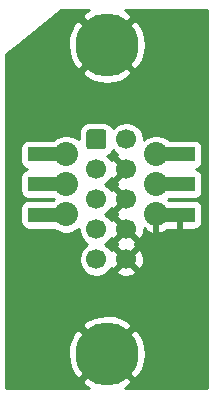
<source format=gbr>
%TF.GenerationSoftware,KiCad,Pcbnew,(5.1.8)-1*%
%TF.CreationDate,2021-11-24T15:46:08-08:00*%
%TF.ProjectId,ISP_SMT_Pogo_10p,4953505f-534d-4545-9f50-6f676f5f3130,rev?*%
%TF.SameCoordinates,Original*%
%TF.FileFunction,Copper,L2,Bot*%
%TF.FilePolarity,Positive*%
%FSLAX46Y46*%
G04 Gerber Fmt 4.6, Leading zero omitted, Abs format (unit mm)*
G04 Created by KiCad (PCBNEW (5.1.8)-1) date 2021-11-24 15:46:08*
%MOMM*%
%LPD*%
G01*
G04 APERTURE LIST*
%TA.AperFunction,SMDPad,CuDef*%
%ADD10R,2.540000X1.270000*%
%TD*%
%TA.AperFunction,ComponentPad*%
%ADD11C,2.032000*%
%TD*%
%TA.AperFunction,ComponentPad*%
%ADD12C,1.700000*%
%TD*%
%TA.AperFunction,ComponentPad*%
%ADD13C,5.334000*%
%TD*%
%TA.AperFunction,Conductor*%
%ADD14C,0.508000*%
%TD*%
%TA.AperFunction,Conductor*%
%ADD15C,0.250000*%
%TD*%
%TA.AperFunction,Conductor*%
%ADD16C,0.228600*%
%TD*%
%TA.AperFunction,Conductor*%
%ADD17C,0.100000*%
%TD*%
G04 APERTURE END LIST*
D10*
%TO.P,J1,1*%
%TO.N,/MISO*%
X131360000Y-78115000D03*
%TO.P,J1,5*%
%TO.N,/RST*%
X131360000Y-83215000D03*
%TO.P,J1,3*%
%TO.N,/SCK*%
X131360000Y-80615000D03*
%TO.P,J1,4*%
%TO.N,/MOSI*%
X142960000Y-80615000D03*
%TO.P,J1,6*%
%TO.N,/GND*%
X142960000Y-83215000D03*
%TO.P,J1,2*%
%TO.N,/VCC*%
X142960000Y-78115000D03*
D11*
%TO.P,J1,6*%
%TO.N,/GND*%
X140970000Y-83185000D03*
%TO.P,J1,4*%
%TO.N,/MOSI*%
X140970000Y-80645000D03*
%TO.P,J1,5*%
%TO.N,/RST*%
X133350000Y-83185000D03*
%TO.P,J1,3*%
%TO.N,/SCK*%
X133350000Y-80645000D03*
%TO.P,J1,1*%
%TO.N,/MISO*%
X133350000Y-78105000D03*
%TO.P,J1,2*%
%TO.N,/VCC*%
X140970000Y-78105000D03*
%TD*%
D12*
%TO.P,J2,10*%
%TO.N,/GND*%
X138430000Y-86995000D03*
%TO.P,J2,8*%
X138430000Y-84455000D03*
%TO.P,J2,6*%
X138430000Y-81915000D03*
%TO.P,J2,4*%
X138430000Y-79375000D03*
%TO.P,J2,2*%
%TO.N,/VCC*%
X138430000Y-76835000D03*
%TO.P,J2,9*%
%TO.N,/MISO*%
X135890000Y-86995000D03*
%TO.P,J2,7*%
%TO.N,/SCK*%
X135890000Y-84455000D03*
%TO.P,J2,5*%
%TO.N,/RST*%
X135890000Y-81915000D03*
%TO.P,J2,3*%
%TO.N,Net-(J2-Pad3)*%
X135890000Y-79375000D03*
%TO.P,J2,1*%
%TO.N,/MOSI*%
%TA.AperFunction,ComponentPad*%
G36*
G01*
X135040000Y-77435000D02*
X135040000Y-76235000D01*
G75*
G02*
X135290000Y-75985000I250000J0D01*
G01*
X136490000Y-75985000D01*
G75*
G02*
X136740000Y-76235000I0J-250000D01*
G01*
X136740000Y-77435000D01*
G75*
G02*
X136490000Y-77685000I-250000J0D01*
G01*
X135290000Y-77685000D01*
G75*
G02*
X135040000Y-77435000I0J250000D01*
G01*
G37*
%TD.AperFunction*%
%TD*%
D13*
%TO.P,H2,1*%
%TO.N,/GND*%
X136779000Y-68834000D03*
%TD*%
%TO.P,H1,1*%
%TO.N,/GND*%
X136779000Y-94996000D03*
%TD*%
D14*
%TO.N,/GND*%
X140970000Y-83185000D02*
X140970000Y-85090000D01*
X142930000Y-83185000D02*
X142960000Y-83215000D01*
X140970000Y-83185000D02*
X142930000Y-83185000D01*
X142960000Y-83215000D02*
X142960000Y-84667000D01*
D15*
%TO.N,/MOSI*%
X141000000Y-80615000D02*
X140970000Y-80645000D01*
X142960000Y-80615000D02*
X141000000Y-80615000D01*
%TO.N,/RST*%
X133320000Y-83215000D02*
X133350000Y-83185000D01*
X131360000Y-83215000D02*
X133320000Y-83215000D01*
%TO.N,/SCK*%
X133320000Y-80615000D02*
X133350000Y-80645000D01*
X131360000Y-80615000D02*
X133320000Y-80615000D01*
%TO.N,/MISO*%
X133340000Y-78115000D02*
X133350000Y-78105000D01*
X131360000Y-78115000D02*
X133340000Y-78115000D01*
%TO.N,/VCC*%
X140980000Y-78115000D02*
X140970000Y-78105000D01*
X142960000Y-78115000D02*
X140980000Y-78115000D01*
%TD*%
D16*
%TO.N,/GND*%
X134950999Y-66080300D02*
X134652842Y-66510277D01*
X136779000Y-68636434D01*
X138905158Y-66510277D01*
X138607001Y-66080300D01*
X138314906Y-65925300D01*
X145275700Y-65925300D01*
X145275701Y-97904700D01*
X138317016Y-97904700D01*
X138607001Y-97749700D01*
X138905158Y-97319723D01*
X136779000Y-95193566D01*
X134652842Y-97319723D01*
X134950999Y-97749700D01*
X135243094Y-97904700D01*
X128282300Y-97904700D01*
X128282300Y-95005946D01*
X133473799Y-95005946D01*
X133539248Y-95650568D01*
X133729199Y-96270035D01*
X134025300Y-96824001D01*
X134455277Y-97122158D01*
X136581434Y-94996000D01*
X136976566Y-94996000D01*
X139102723Y-97122158D01*
X139532700Y-96824001D01*
X139836414Y-96251656D01*
X140022632Y-95631058D01*
X140084201Y-94986054D01*
X140018752Y-94341432D01*
X139828801Y-93721965D01*
X139532700Y-93167999D01*
X139102723Y-92869842D01*
X136976566Y-94996000D01*
X136581434Y-94996000D01*
X134455277Y-92869842D01*
X134025300Y-93167999D01*
X133721586Y-93740344D01*
X133535368Y-94360942D01*
X133473799Y-95005946D01*
X128282300Y-95005946D01*
X128282300Y-92672277D01*
X134652842Y-92672277D01*
X136779000Y-94798434D01*
X138905158Y-92672277D01*
X138607001Y-92242300D01*
X138034656Y-91938586D01*
X137414058Y-91752368D01*
X136769054Y-91690799D01*
X136124432Y-91756248D01*
X135504965Y-91946199D01*
X134950999Y-92242300D01*
X134652842Y-92672277D01*
X128282300Y-92672277D01*
X128282300Y-77480000D01*
X129464689Y-77480000D01*
X129464689Y-78750000D01*
X129476704Y-78871992D01*
X129512288Y-78989296D01*
X129570073Y-79097404D01*
X129647838Y-79192162D01*
X129742596Y-79269927D01*
X129850704Y-79327712D01*
X129968008Y-79363296D01*
X129985309Y-79365000D01*
X129968008Y-79366704D01*
X129850704Y-79402288D01*
X129742596Y-79460073D01*
X129647838Y-79537838D01*
X129570073Y-79632596D01*
X129512288Y-79740704D01*
X129476704Y-79858008D01*
X129464689Y-79980000D01*
X129464689Y-81250000D01*
X129476704Y-81371992D01*
X129512288Y-81489296D01*
X129570073Y-81597404D01*
X129647838Y-81692162D01*
X129742596Y-81769927D01*
X129850704Y-81827712D01*
X129968008Y-81863296D01*
X130090000Y-81875311D01*
X132263405Y-81875311D01*
X132303094Y-81915000D01*
X132263405Y-81954689D01*
X130090000Y-81954689D01*
X129968008Y-81966704D01*
X129850704Y-82002288D01*
X129742596Y-82060073D01*
X129647838Y-82137838D01*
X129570073Y-82232596D01*
X129512288Y-82340704D01*
X129476704Y-82458008D01*
X129464689Y-82580000D01*
X129464689Y-83850000D01*
X129476704Y-83971992D01*
X129512288Y-84089296D01*
X129570073Y-84197404D01*
X129647838Y-84292162D01*
X129742596Y-84369927D01*
X129850704Y-84427712D01*
X129968008Y-84463296D01*
X130090000Y-84475311D01*
X132332225Y-84475311D01*
X132573974Y-84636843D01*
X132872126Y-84760341D01*
X133188642Y-84823300D01*
X133511358Y-84823300D01*
X133827874Y-84760341D01*
X134126026Y-84636843D01*
X134394355Y-84457551D01*
X134417700Y-84434206D01*
X134417700Y-84600009D01*
X134474280Y-84884454D01*
X134585265Y-85152396D01*
X134746390Y-85393537D01*
X134951463Y-85598610D01*
X135140619Y-85725000D01*
X134951463Y-85851390D01*
X134746390Y-86056463D01*
X134585265Y-86297604D01*
X134474280Y-86565546D01*
X134417700Y-86849991D01*
X134417700Y-87140009D01*
X134474280Y-87424454D01*
X134585265Y-87692396D01*
X134746390Y-87933537D01*
X134951463Y-88138610D01*
X135192604Y-88299735D01*
X135460546Y-88410720D01*
X135744991Y-88467300D01*
X136035009Y-88467300D01*
X136319454Y-88410720D01*
X136587396Y-88299735D01*
X136828537Y-88138610D01*
X136942489Y-88024658D01*
X137597907Y-88024658D01*
X137677322Y-88268644D01*
X137940261Y-88391011D01*
X138222019Y-88459731D01*
X138511770Y-88472162D01*
X138798379Y-88427826D01*
X139070830Y-88328427D01*
X139182678Y-88268644D01*
X139262093Y-88024658D01*
X138430000Y-87192566D01*
X137597907Y-88024658D01*
X136942489Y-88024658D01*
X137033610Y-87933537D01*
X137157539Y-87748063D01*
X137400342Y-87827093D01*
X138232434Y-86995000D01*
X138627566Y-86995000D01*
X139459658Y-87827093D01*
X139703644Y-87747678D01*
X139826011Y-87484739D01*
X139894731Y-87202981D01*
X139907162Y-86913230D01*
X139862826Y-86626621D01*
X139763427Y-86354170D01*
X139703644Y-86242322D01*
X139459658Y-86162907D01*
X138627566Y-86995000D01*
X138232434Y-86995000D01*
X137400342Y-86162907D01*
X137157539Y-86241937D01*
X137033610Y-86056463D01*
X136828537Y-85851390D01*
X136639381Y-85725000D01*
X136828537Y-85598610D01*
X136942489Y-85484658D01*
X137597907Y-85484658D01*
X137676136Y-85725000D01*
X137597907Y-85965342D01*
X138430000Y-86797434D01*
X139262093Y-85965342D01*
X139183864Y-85725000D01*
X139262093Y-85484658D01*
X138430000Y-84652566D01*
X137597907Y-85484658D01*
X136942489Y-85484658D01*
X137033610Y-85393537D01*
X137157539Y-85208063D01*
X137400342Y-85287093D01*
X138232434Y-84455000D01*
X137400342Y-83622907D01*
X137157539Y-83701937D01*
X137033610Y-83516463D01*
X136828537Y-83311390D01*
X136639381Y-83185000D01*
X136828537Y-83058610D01*
X137033610Y-82853537D01*
X137157539Y-82668063D01*
X137400342Y-82747093D01*
X138232434Y-81915000D01*
X137400342Y-81082907D01*
X137157539Y-81161937D01*
X137033610Y-80976463D01*
X136828537Y-80771390D01*
X136639381Y-80645000D01*
X136828537Y-80518610D01*
X137033610Y-80313537D01*
X137157539Y-80128063D01*
X137400342Y-80207093D01*
X138232434Y-79375000D01*
X137400342Y-78542907D01*
X137157539Y-78621937D01*
X137033610Y-78436463D01*
X136835304Y-78238157D01*
X136976297Y-78162794D01*
X137108938Y-78053938D01*
X137217794Y-77921297D01*
X137293157Y-77780304D01*
X137491463Y-77978610D01*
X137676937Y-78102539D01*
X137597907Y-78345342D01*
X138430000Y-79177434D01*
X138444142Y-79163292D01*
X138641708Y-79360858D01*
X138627566Y-79375000D01*
X138641708Y-79389142D01*
X138444142Y-79586708D01*
X138430000Y-79572566D01*
X137597907Y-80404658D01*
X137676136Y-80644999D01*
X137597907Y-80885342D01*
X138430000Y-81717434D01*
X138444142Y-81703292D01*
X138641708Y-81900858D01*
X138627566Y-81915000D01*
X138641708Y-81929142D01*
X138444142Y-82126708D01*
X138430000Y-82112566D01*
X137597907Y-82944658D01*
X137676136Y-83185000D01*
X137597907Y-83425342D01*
X138430000Y-84257434D01*
X138444142Y-84243292D01*
X138641708Y-84440858D01*
X138627566Y-84455000D01*
X139459658Y-85287093D01*
X139703644Y-85207678D01*
X139826011Y-84944739D01*
X139894731Y-84662981D01*
X139904025Y-84446359D01*
X139905117Y-84447451D01*
X140019373Y-84333195D01*
X140118882Y-84594135D01*
X140410145Y-84733104D01*
X140722922Y-84812579D01*
X141045194Y-84829509D01*
X141364578Y-84783240D01*
X141668798Y-84675552D01*
X141821118Y-84594135D01*
X141866432Y-84475311D01*
X144230000Y-84475311D01*
X144351992Y-84463296D01*
X144469296Y-84427712D01*
X144577404Y-84369927D01*
X144672162Y-84292162D01*
X144749927Y-84197404D01*
X144807712Y-84089296D01*
X144843296Y-83971992D01*
X144855311Y-83850000D01*
X144855311Y-82580000D01*
X144843296Y-82458008D01*
X144807712Y-82340704D01*
X144749927Y-82232596D01*
X144672162Y-82137838D01*
X144577404Y-82060073D01*
X144469296Y-82002288D01*
X144351992Y-81966704D01*
X144230000Y-81954689D01*
X142067023Y-81954689D01*
X142034883Y-81922549D01*
X142002743Y-81954689D01*
X141958774Y-81954689D01*
X142014355Y-81917551D01*
X142056595Y-81875311D01*
X144230000Y-81875311D01*
X144351992Y-81863296D01*
X144469296Y-81827712D01*
X144577404Y-81769927D01*
X144672162Y-81692162D01*
X144749927Y-81597404D01*
X144807712Y-81489296D01*
X144843296Y-81371992D01*
X144855311Y-81250000D01*
X144855311Y-79980000D01*
X144843296Y-79858008D01*
X144807712Y-79740704D01*
X144749927Y-79632596D01*
X144672162Y-79537838D01*
X144577404Y-79460073D01*
X144469296Y-79402288D01*
X144351992Y-79366704D01*
X144334691Y-79365000D01*
X144351992Y-79363296D01*
X144469296Y-79327712D01*
X144577404Y-79269927D01*
X144672162Y-79192162D01*
X144749927Y-79097404D01*
X144807712Y-78989296D01*
X144843296Y-78871992D01*
X144855311Y-78750000D01*
X144855311Y-77480000D01*
X144843296Y-77358008D01*
X144807712Y-77240704D01*
X144749927Y-77132596D01*
X144672162Y-77037838D01*
X144577404Y-76960073D01*
X144469296Y-76902288D01*
X144351992Y-76866704D01*
X144230000Y-76854689D01*
X142036595Y-76854689D01*
X142014355Y-76832449D01*
X141746026Y-76653157D01*
X141447874Y-76529659D01*
X141131358Y-76466700D01*
X140808642Y-76466700D01*
X140492126Y-76529659D01*
X140193974Y-76653157D01*
X139925645Y-76832449D01*
X139902300Y-76855794D01*
X139902300Y-76689991D01*
X139845720Y-76405546D01*
X139734735Y-76137604D01*
X139573610Y-75896463D01*
X139368537Y-75691390D01*
X139127396Y-75530265D01*
X138859454Y-75419280D01*
X138575009Y-75362700D01*
X138284991Y-75362700D01*
X138000546Y-75419280D01*
X137732604Y-75530265D01*
X137491463Y-75691390D01*
X137293157Y-75889696D01*
X137217794Y-75748703D01*
X137108938Y-75616062D01*
X136976297Y-75507206D01*
X136824967Y-75426318D01*
X136660765Y-75376508D01*
X136490000Y-75359689D01*
X135290000Y-75359689D01*
X135119235Y-75376508D01*
X134955033Y-75426318D01*
X134803703Y-75507206D01*
X134671062Y-75616062D01*
X134562206Y-75748703D01*
X134481318Y-75900033D01*
X134431508Y-76064235D01*
X134414689Y-76235000D01*
X134414689Y-76852783D01*
X134394355Y-76832449D01*
X134126026Y-76653157D01*
X133827874Y-76529659D01*
X133511358Y-76466700D01*
X133188642Y-76466700D01*
X132872126Y-76529659D01*
X132573974Y-76653157D01*
X132305645Y-76832449D01*
X132283405Y-76854689D01*
X130090000Y-76854689D01*
X129968008Y-76866704D01*
X129850704Y-76902288D01*
X129742596Y-76960073D01*
X129647838Y-77037838D01*
X129570073Y-77132596D01*
X129512288Y-77240704D01*
X129476704Y-77358008D01*
X129464689Y-77480000D01*
X128282300Y-77480000D01*
X128282300Y-71157723D01*
X134652842Y-71157723D01*
X134950999Y-71587700D01*
X135523344Y-71891414D01*
X136143942Y-72077632D01*
X136788946Y-72139201D01*
X137433568Y-72073752D01*
X138053035Y-71883801D01*
X138607001Y-71587700D01*
X138905158Y-71157723D01*
X136779000Y-69031566D01*
X134652842Y-71157723D01*
X128282300Y-71157723D01*
X128282300Y-69653108D01*
X129293752Y-68843946D01*
X133473799Y-68843946D01*
X133539248Y-69488568D01*
X133729199Y-70108035D01*
X134025300Y-70662001D01*
X134455277Y-70960158D01*
X136581434Y-68834000D01*
X136976566Y-68834000D01*
X139102723Y-70960158D01*
X139532700Y-70662001D01*
X139836414Y-70089656D01*
X140022632Y-69469058D01*
X140084201Y-68824054D01*
X140018752Y-68179432D01*
X139828801Y-67559965D01*
X139532700Y-67005999D01*
X139102723Y-66707842D01*
X136976566Y-68834000D01*
X136581434Y-68834000D01*
X134455277Y-66707842D01*
X134025300Y-67005999D01*
X133721586Y-67578344D01*
X133535368Y-68198942D01*
X133473799Y-68843946D01*
X129293752Y-68843946D01*
X132942060Y-65925300D01*
X135240984Y-65925300D01*
X134950999Y-66080300D01*
%TA.AperFunction,Conductor*%
D17*
G36*
X134950999Y-66080300D02*
G01*
X134652842Y-66510277D01*
X136779000Y-68636434D01*
X138905158Y-66510277D01*
X138607001Y-66080300D01*
X138314906Y-65925300D01*
X145275700Y-65925300D01*
X145275701Y-97904700D01*
X138317016Y-97904700D01*
X138607001Y-97749700D01*
X138905158Y-97319723D01*
X136779000Y-95193566D01*
X134652842Y-97319723D01*
X134950999Y-97749700D01*
X135243094Y-97904700D01*
X128282300Y-97904700D01*
X128282300Y-95005946D01*
X133473799Y-95005946D01*
X133539248Y-95650568D01*
X133729199Y-96270035D01*
X134025300Y-96824001D01*
X134455277Y-97122158D01*
X136581434Y-94996000D01*
X136976566Y-94996000D01*
X139102723Y-97122158D01*
X139532700Y-96824001D01*
X139836414Y-96251656D01*
X140022632Y-95631058D01*
X140084201Y-94986054D01*
X140018752Y-94341432D01*
X139828801Y-93721965D01*
X139532700Y-93167999D01*
X139102723Y-92869842D01*
X136976566Y-94996000D01*
X136581434Y-94996000D01*
X134455277Y-92869842D01*
X134025300Y-93167999D01*
X133721586Y-93740344D01*
X133535368Y-94360942D01*
X133473799Y-95005946D01*
X128282300Y-95005946D01*
X128282300Y-92672277D01*
X134652842Y-92672277D01*
X136779000Y-94798434D01*
X138905158Y-92672277D01*
X138607001Y-92242300D01*
X138034656Y-91938586D01*
X137414058Y-91752368D01*
X136769054Y-91690799D01*
X136124432Y-91756248D01*
X135504965Y-91946199D01*
X134950999Y-92242300D01*
X134652842Y-92672277D01*
X128282300Y-92672277D01*
X128282300Y-77480000D01*
X129464689Y-77480000D01*
X129464689Y-78750000D01*
X129476704Y-78871992D01*
X129512288Y-78989296D01*
X129570073Y-79097404D01*
X129647838Y-79192162D01*
X129742596Y-79269927D01*
X129850704Y-79327712D01*
X129968008Y-79363296D01*
X129985309Y-79365000D01*
X129968008Y-79366704D01*
X129850704Y-79402288D01*
X129742596Y-79460073D01*
X129647838Y-79537838D01*
X129570073Y-79632596D01*
X129512288Y-79740704D01*
X129476704Y-79858008D01*
X129464689Y-79980000D01*
X129464689Y-81250000D01*
X129476704Y-81371992D01*
X129512288Y-81489296D01*
X129570073Y-81597404D01*
X129647838Y-81692162D01*
X129742596Y-81769927D01*
X129850704Y-81827712D01*
X129968008Y-81863296D01*
X130090000Y-81875311D01*
X132263405Y-81875311D01*
X132303094Y-81915000D01*
X132263405Y-81954689D01*
X130090000Y-81954689D01*
X129968008Y-81966704D01*
X129850704Y-82002288D01*
X129742596Y-82060073D01*
X129647838Y-82137838D01*
X129570073Y-82232596D01*
X129512288Y-82340704D01*
X129476704Y-82458008D01*
X129464689Y-82580000D01*
X129464689Y-83850000D01*
X129476704Y-83971992D01*
X129512288Y-84089296D01*
X129570073Y-84197404D01*
X129647838Y-84292162D01*
X129742596Y-84369927D01*
X129850704Y-84427712D01*
X129968008Y-84463296D01*
X130090000Y-84475311D01*
X132332225Y-84475311D01*
X132573974Y-84636843D01*
X132872126Y-84760341D01*
X133188642Y-84823300D01*
X133511358Y-84823300D01*
X133827874Y-84760341D01*
X134126026Y-84636843D01*
X134394355Y-84457551D01*
X134417700Y-84434206D01*
X134417700Y-84600009D01*
X134474280Y-84884454D01*
X134585265Y-85152396D01*
X134746390Y-85393537D01*
X134951463Y-85598610D01*
X135140619Y-85725000D01*
X134951463Y-85851390D01*
X134746390Y-86056463D01*
X134585265Y-86297604D01*
X134474280Y-86565546D01*
X134417700Y-86849991D01*
X134417700Y-87140009D01*
X134474280Y-87424454D01*
X134585265Y-87692396D01*
X134746390Y-87933537D01*
X134951463Y-88138610D01*
X135192604Y-88299735D01*
X135460546Y-88410720D01*
X135744991Y-88467300D01*
X136035009Y-88467300D01*
X136319454Y-88410720D01*
X136587396Y-88299735D01*
X136828537Y-88138610D01*
X136942489Y-88024658D01*
X137597907Y-88024658D01*
X137677322Y-88268644D01*
X137940261Y-88391011D01*
X138222019Y-88459731D01*
X138511770Y-88472162D01*
X138798379Y-88427826D01*
X139070830Y-88328427D01*
X139182678Y-88268644D01*
X139262093Y-88024658D01*
X138430000Y-87192566D01*
X137597907Y-88024658D01*
X136942489Y-88024658D01*
X137033610Y-87933537D01*
X137157539Y-87748063D01*
X137400342Y-87827093D01*
X138232434Y-86995000D01*
X138627566Y-86995000D01*
X139459658Y-87827093D01*
X139703644Y-87747678D01*
X139826011Y-87484739D01*
X139894731Y-87202981D01*
X139907162Y-86913230D01*
X139862826Y-86626621D01*
X139763427Y-86354170D01*
X139703644Y-86242322D01*
X139459658Y-86162907D01*
X138627566Y-86995000D01*
X138232434Y-86995000D01*
X137400342Y-86162907D01*
X137157539Y-86241937D01*
X137033610Y-86056463D01*
X136828537Y-85851390D01*
X136639381Y-85725000D01*
X136828537Y-85598610D01*
X136942489Y-85484658D01*
X137597907Y-85484658D01*
X137676136Y-85725000D01*
X137597907Y-85965342D01*
X138430000Y-86797434D01*
X139262093Y-85965342D01*
X139183864Y-85725000D01*
X139262093Y-85484658D01*
X138430000Y-84652566D01*
X137597907Y-85484658D01*
X136942489Y-85484658D01*
X137033610Y-85393537D01*
X137157539Y-85208063D01*
X137400342Y-85287093D01*
X138232434Y-84455000D01*
X137400342Y-83622907D01*
X137157539Y-83701937D01*
X137033610Y-83516463D01*
X136828537Y-83311390D01*
X136639381Y-83185000D01*
X136828537Y-83058610D01*
X137033610Y-82853537D01*
X137157539Y-82668063D01*
X137400342Y-82747093D01*
X138232434Y-81915000D01*
X137400342Y-81082907D01*
X137157539Y-81161937D01*
X137033610Y-80976463D01*
X136828537Y-80771390D01*
X136639381Y-80645000D01*
X136828537Y-80518610D01*
X137033610Y-80313537D01*
X137157539Y-80128063D01*
X137400342Y-80207093D01*
X138232434Y-79375000D01*
X137400342Y-78542907D01*
X137157539Y-78621937D01*
X137033610Y-78436463D01*
X136835304Y-78238157D01*
X136976297Y-78162794D01*
X137108938Y-78053938D01*
X137217794Y-77921297D01*
X137293157Y-77780304D01*
X137491463Y-77978610D01*
X137676937Y-78102539D01*
X137597907Y-78345342D01*
X138430000Y-79177434D01*
X138444142Y-79163292D01*
X138641708Y-79360858D01*
X138627566Y-79375000D01*
X138641708Y-79389142D01*
X138444142Y-79586708D01*
X138430000Y-79572566D01*
X137597907Y-80404658D01*
X137676136Y-80644999D01*
X137597907Y-80885342D01*
X138430000Y-81717434D01*
X138444142Y-81703292D01*
X138641708Y-81900858D01*
X138627566Y-81915000D01*
X138641708Y-81929142D01*
X138444142Y-82126708D01*
X138430000Y-82112566D01*
X137597907Y-82944658D01*
X137676136Y-83185000D01*
X137597907Y-83425342D01*
X138430000Y-84257434D01*
X138444142Y-84243292D01*
X138641708Y-84440858D01*
X138627566Y-84455000D01*
X139459658Y-85287093D01*
X139703644Y-85207678D01*
X139826011Y-84944739D01*
X139894731Y-84662981D01*
X139904025Y-84446359D01*
X139905117Y-84447451D01*
X140019373Y-84333195D01*
X140118882Y-84594135D01*
X140410145Y-84733104D01*
X140722922Y-84812579D01*
X141045194Y-84829509D01*
X141364578Y-84783240D01*
X141668798Y-84675552D01*
X141821118Y-84594135D01*
X141866432Y-84475311D01*
X144230000Y-84475311D01*
X144351992Y-84463296D01*
X144469296Y-84427712D01*
X144577404Y-84369927D01*
X144672162Y-84292162D01*
X144749927Y-84197404D01*
X144807712Y-84089296D01*
X144843296Y-83971992D01*
X144855311Y-83850000D01*
X144855311Y-82580000D01*
X144843296Y-82458008D01*
X144807712Y-82340704D01*
X144749927Y-82232596D01*
X144672162Y-82137838D01*
X144577404Y-82060073D01*
X144469296Y-82002288D01*
X144351992Y-81966704D01*
X144230000Y-81954689D01*
X142067023Y-81954689D01*
X142034883Y-81922549D01*
X142002743Y-81954689D01*
X141958774Y-81954689D01*
X142014355Y-81917551D01*
X142056595Y-81875311D01*
X144230000Y-81875311D01*
X144351992Y-81863296D01*
X144469296Y-81827712D01*
X144577404Y-81769927D01*
X144672162Y-81692162D01*
X144749927Y-81597404D01*
X144807712Y-81489296D01*
X144843296Y-81371992D01*
X144855311Y-81250000D01*
X144855311Y-79980000D01*
X144843296Y-79858008D01*
X144807712Y-79740704D01*
X144749927Y-79632596D01*
X144672162Y-79537838D01*
X144577404Y-79460073D01*
X144469296Y-79402288D01*
X144351992Y-79366704D01*
X144334691Y-79365000D01*
X144351992Y-79363296D01*
X144469296Y-79327712D01*
X144577404Y-79269927D01*
X144672162Y-79192162D01*
X144749927Y-79097404D01*
X144807712Y-78989296D01*
X144843296Y-78871992D01*
X144855311Y-78750000D01*
X144855311Y-77480000D01*
X144843296Y-77358008D01*
X144807712Y-77240704D01*
X144749927Y-77132596D01*
X144672162Y-77037838D01*
X144577404Y-76960073D01*
X144469296Y-76902288D01*
X144351992Y-76866704D01*
X144230000Y-76854689D01*
X142036595Y-76854689D01*
X142014355Y-76832449D01*
X141746026Y-76653157D01*
X141447874Y-76529659D01*
X141131358Y-76466700D01*
X140808642Y-76466700D01*
X140492126Y-76529659D01*
X140193974Y-76653157D01*
X139925645Y-76832449D01*
X139902300Y-76855794D01*
X139902300Y-76689991D01*
X139845720Y-76405546D01*
X139734735Y-76137604D01*
X139573610Y-75896463D01*
X139368537Y-75691390D01*
X139127396Y-75530265D01*
X138859454Y-75419280D01*
X138575009Y-75362700D01*
X138284991Y-75362700D01*
X138000546Y-75419280D01*
X137732604Y-75530265D01*
X137491463Y-75691390D01*
X137293157Y-75889696D01*
X137217794Y-75748703D01*
X137108938Y-75616062D01*
X136976297Y-75507206D01*
X136824967Y-75426318D01*
X136660765Y-75376508D01*
X136490000Y-75359689D01*
X135290000Y-75359689D01*
X135119235Y-75376508D01*
X134955033Y-75426318D01*
X134803703Y-75507206D01*
X134671062Y-75616062D01*
X134562206Y-75748703D01*
X134481318Y-75900033D01*
X134431508Y-76064235D01*
X134414689Y-76235000D01*
X134414689Y-76852783D01*
X134394355Y-76832449D01*
X134126026Y-76653157D01*
X133827874Y-76529659D01*
X133511358Y-76466700D01*
X133188642Y-76466700D01*
X132872126Y-76529659D01*
X132573974Y-76653157D01*
X132305645Y-76832449D01*
X132283405Y-76854689D01*
X130090000Y-76854689D01*
X129968008Y-76866704D01*
X129850704Y-76902288D01*
X129742596Y-76960073D01*
X129647838Y-77037838D01*
X129570073Y-77132596D01*
X129512288Y-77240704D01*
X129476704Y-77358008D01*
X129464689Y-77480000D01*
X128282300Y-77480000D01*
X128282300Y-71157723D01*
X134652842Y-71157723D01*
X134950999Y-71587700D01*
X135523344Y-71891414D01*
X136143942Y-72077632D01*
X136788946Y-72139201D01*
X137433568Y-72073752D01*
X138053035Y-71883801D01*
X138607001Y-71587700D01*
X138905158Y-71157723D01*
X136779000Y-69031566D01*
X134652842Y-71157723D01*
X128282300Y-71157723D01*
X128282300Y-69653108D01*
X129293752Y-68843946D01*
X133473799Y-68843946D01*
X133539248Y-69488568D01*
X133729199Y-70108035D01*
X134025300Y-70662001D01*
X134455277Y-70960158D01*
X136581434Y-68834000D01*
X136976566Y-68834000D01*
X139102723Y-70960158D01*
X139532700Y-70662001D01*
X139836414Y-70089656D01*
X140022632Y-69469058D01*
X140084201Y-68824054D01*
X140018752Y-68179432D01*
X139828801Y-67559965D01*
X139532700Y-67005999D01*
X139102723Y-66707842D01*
X136976566Y-68834000D01*
X136581434Y-68834000D01*
X134455277Y-66707842D01*
X134025300Y-67005999D01*
X133721586Y-67578344D01*
X133535368Y-68198942D01*
X133473799Y-68843946D01*
X129293752Y-68843946D01*
X132942060Y-65925300D01*
X135240984Y-65925300D01*
X134950999Y-66080300D01*
G37*
%TD.AperFunction*%
D16*
X141064689Y-83053839D02*
X141064689Y-83316161D01*
X140984142Y-83396708D01*
X140970000Y-83382566D01*
X140955858Y-83396708D01*
X140758292Y-83199142D01*
X140772434Y-83185000D01*
X140758292Y-83170858D01*
X140955858Y-82973292D01*
X140970000Y-82987434D01*
X140984142Y-82973292D01*
X141064689Y-83053839D01*
%TA.AperFunction,Conductor*%
D17*
G36*
X141064689Y-83053839D02*
G01*
X141064689Y-83316161D01*
X140984142Y-83396708D01*
X140970000Y-83382566D01*
X140955858Y-83396708D01*
X140758292Y-83199142D01*
X140772434Y-83185000D01*
X140758292Y-83170858D01*
X140955858Y-82973292D01*
X140970000Y-82987434D01*
X140984142Y-82973292D01*
X141064689Y-83053839D01*
G37*
%TD.AperFunction*%
%TD*%
M02*

</source>
